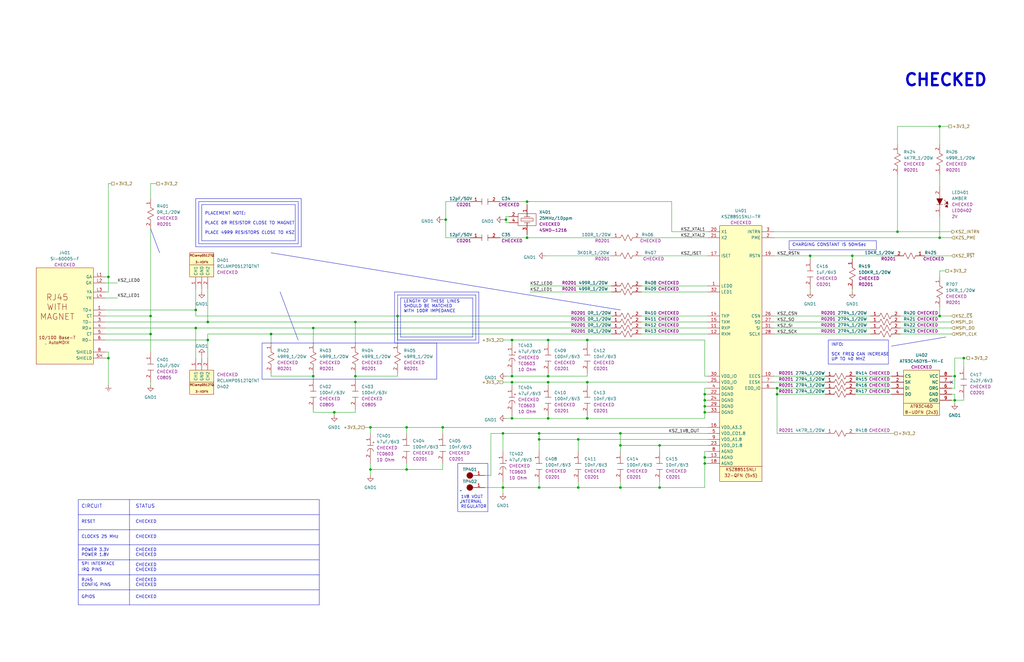
<source format=kicad_sch>
(kicad_sch (version 20230121) (generator eeschema)
  (paper "B")
  (title_block (title "SparkleSplashy") (date "2023-04-25") (company "Siavash Taher Parvar") (comment 1 "Siavash Taher Parvar") (comment 2 "Siavash Taher Parvar") (comment 3 "Siavash Taher Parvar") (comment 4 "_BOM_SpSp_V1.xlsx") (comment 5 "_ASM_SpSp_V1.html") (comment 6 "_GERBER_JLCPCB042023.zip") (comment 8 "No Variant") (comment 9 "N/A"))
  (junction (at 227.33 182.88))
  (junction (at 114.3 140.97))
  (junction (at 140.97 173.99))
  (junction (at 341.63 107.95))
  (junction (at 247.65 143.51))
  (junction (at 149.86 135.89))
  (junction (at 167.64 133.35))
  (junction (at 63.5 133.35))
  (junction (at 227.33 185.42))
  (junction (at 359.41 107.95))
  (junction (at 402.59 158.75))
  (junction (at 63.5 140.97))
  (junction (at 243.84 185.42))
  (junction (at 327.66 163.83))
  (junction (at 215.9 176.53))
  (junction (at 278.13 205.74))
  (junction (at 156.21 180.34))
  (junction (at 261.62 205.74))
  (junction (at 222.25 85.09))
  (junction (at 45.72 151.13))
  (junction (at 406.4 151.13))
  (junction (at 186.69 180.34))
  (junction (at 231.14 176.53))
  (junction (at 378.46 97.79))
  (junction (at 278.13 187.96))
  (junction (at 215.9 158.75))
  (junction (at 231.14 161.29))
  (junction (at 297.18 195.58))
  (junction (at 171.45 198.12))
  (junction (at 132.08 138.43))
  (junction (at 187.96 92.71))
  (junction (at 247.65 176.53))
  (junction (at 156.21 198.12))
  (junction (at 297.18 171.45))
  (junction (at 171.45 180.34))
  (junction (at 297.18 168.91))
  (junction (at 45.72 116.84))
  (junction (at 297.18 173.99))
  (junction (at 297.18 193.04))
  (junction (at 396.24 133.35))
  (junction (at 149.86 158.75))
  (junction (at 212.09 205.74))
  (junction (at 243.84 205.74))
  (junction (at 297.18 166.37))
  (junction (at 261.62 187.96))
  (junction (at 213.36 92.71))
  (junction (at 82.55 138.43))
  (junction (at 215.9 161.29))
  (junction (at 87.63 135.89))
  (junction (at 212.09 182.88))
  (junction (at 215.9 143.51))
  (junction (at 132.08 158.75))
  (junction (at 222.25 100.33))
  (junction (at 231.14 143.51))
  (junction (at 82.55 130.81))
  (junction (at 87.63 143.51))
  (junction (at 261.62 182.88))
  (junction (at 327.66 166.37))
  (junction (at 402.59 168.91))
  (junction (at 396.24 53.34))
  (junction (at 396.24 100.33))
  (junction (at 227.33 205.74))
  (junction (at 231.14 158.75))
  (junction (at 247.65 161.29))
  (no_connect (at 401.32 161.29))
  (wire (pts (xy 401.32 163.83) (xy 402.59 163.83)))
  (wire (pts (xy 132.08 157.48) (xy 132.08 158.75)))
  (wire (pts (xy 171.45 180.34) (xy 156.21 180.34)))
  (wire (pts (xy 49.53 125.73) (xy 44.45 125.73)))
  (polyline (pts (xy 125.73 102.87) (xy 83.82 102.87)))
  (wire (pts (xy 87.63 140.97) (xy 87.63 143.51)))
  (polyline (pts (xy 82.55 83.82) (xy 127 83.82)))
  (wire (pts (xy 247.65 175.26) (xy 247.65 176.53)))
  (wire (pts (xy 401.32 166.37) (xy 402.59 166.37)))
  (wire (pts (xy 297.18 168.91) (xy 298.45 168.91)))
  (wire (pts (xy 87.63 143.51) (xy 87.63 151.13)))
  (wire (pts (xy 297.18 173.99) (xy 297.18 176.53)))
  (wire (pts (xy 375.92 166.37) (xy 360.68 166.37)))
  (wire (pts (xy 229.87 107.95) (xy 257.81 107.95)))
  (wire (pts (xy 215.9 158.75) (xy 215.9 157.48)))
  (wire (pts (xy 213.36 93.98) (xy 214.63 93.98)))
  (wire (pts (xy 379.73 140.97) (xy 401.32 140.97)))
  (wire (pts (xy 401.32 168.91) (xy 402.59 168.91)))
  (polyline (pts (xy 85.09 86.36) (xy 85.09 101.6)))
  (wire (pts (xy 347.98 166.37) (xy 327.66 166.37)))
  (wire (pts (xy 402.59 166.37) (xy 402.59 168.91)))
  (polyline (pts (xy 33.02 223.52) (xy 134.62 223.52)))
  (wire (pts (xy 298.45 187.96) (xy 278.13 187.96)))
  (wire (pts (xy 49.53 119.38) (xy 44.45 119.38)))
  (wire (pts (xy 207.01 200.66) (xy 207.01 182.88)))
  (wire (pts (xy 401.32 138.43) (xy 379.73 138.43)))
  (wire (pts (xy 227.33 203.2) (xy 227.33 205.74)))
  (wire (pts (xy 214.63 91.44) (xy 213.36 91.44)))
  (wire (pts (xy 247.65 143.51) (xy 247.65 144.78)))
  (wire (pts (xy 198.12 100.33) (xy 187.96 100.33)))
  (polyline (pts (xy 125.73 85.09) (xy 125.73 102.87)))
  (wire (pts (xy 212.09 161.29) (xy 215.9 161.29)))
  (wire (pts (xy 261.62 203.2) (xy 261.62 205.74)))
  (wire (pts (xy 396.24 129.54) (xy 396.24 133.35)))
  (wire (pts (xy 212.09 205.74) (xy 212.09 203.2)))
  (wire (pts (xy 187.96 92.71) (xy 187.96 85.09)))
  (wire (pts (xy 215.9 158.75) (xy 231.14 158.75)))
  (wire (pts (xy 82.55 121.92) (xy 82.55 130.81)))
  (wire (pts (xy 278.13 187.96) (xy 261.62 187.96)))
  (wire (pts (xy 401.32 135.89) (xy 379.73 135.89)))
  (wire (pts (xy 231.14 161.29) (xy 215.9 161.29)))
  (wire (pts (xy 297.18 168.91) (xy 297.18 171.45)))
  (polyline (pts (xy 33.02 217.17) (xy 134.62 217.17)))
  (wire (pts (xy 227.33 182.88) (xy 261.62 182.88)))
  (polyline (pts (xy 63.5 96.52) (xy 67.31 106.68)))
  (wire (pts (xy 153.67 180.34) (xy 156.21 180.34)))
  (wire (pts (xy 396.24 114.3) (xy 396.24 116.84)))
  (wire (pts (xy 45.72 77.47) (xy 45.72 116.84)))
  (polyline (pts (xy 375.92 146.05) (xy 398.78 142.24)))
  (wire (pts (xy 231.14 175.26) (xy 231.14 176.53)))
  (wire (pts (xy 402.59 151.13) (xy 402.59 158.75)))
  (wire (pts (xy 402.59 158.75) (xy 401.32 158.75)))
  (wire (pts (xy 167.64 157.48) (xy 167.64 158.75)))
  (polyline (pts (xy 33.02 236.22) (xy 134.62 236.22)))
  (wire (pts (xy 207.01 182.88) (xy 212.09 182.88)))
  (wire (pts (xy 406.4 154.94) (xy 406.4 151.13)))
  (wire (pts (xy 297.18 173.99) (xy 298.45 173.99)))
  (wire (pts (xy 243.84 203.2) (xy 243.84 205.74)))
  (wire (pts (xy 156.21 198.12) (xy 171.45 198.12)))
  (wire (pts (xy 347.98 161.29) (xy 326.39 161.29)))
  (wire (pts (xy 297.18 171.45) (xy 298.45 171.45)))
  (wire (pts (xy 213.36 91.44) (xy 213.36 92.71)))
  (wire (pts (xy 261.62 187.96) (xy 261.62 190.5)))
  (wire (pts (xy 149.86 172.72) (xy 149.86 173.99)))
  (wire (pts (xy 87.63 135.89) (xy 149.86 135.89)))
  (wire (pts (xy 375.92 158.75) (xy 360.68 158.75)))
  (wire (pts (xy 82.55 133.35) (xy 82.55 130.81)))
  (wire (pts (xy 132.08 158.75) (xy 132.08 160.02)))
  (wire (pts (xy 359.41 107.95) (xy 359.41 109.22)))
  (wire (pts (xy 278.13 187.96) (xy 278.13 190.5)))
  (wire (pts (xy 400.05 53.34) (xy 396.24 53.34)))
  (wire (pts (xy 270.51 138.43) (xy 298.45 138.43)))
  (wire (pts (xy 227.33 205.74) (xy 243.84 205.74)))
  (wire (pts (xy 171.45 180.34) (xy 171.45 182.88)))
  (wire (pts (xy 171.45 198.12) (xy 171.45 195.58)))
  (wire (pts (xy 44.45 148.59) (xy 45.72 148.59)))
  (wire (pts (xy 132.08 173.99) (xy 132.08 172.72)))
  (wire (pts (xy 270.51 135.89) (xy 298.45 135.89)))
  (wire (pts (xy 375.92 163.83) (xy 360.68 163.83)))
  (wire (pts (xy 231.14 161.29) (xy 231.14 162.56)))
  (wire (pts (xy 82.55 133.35) (xy 167.64 133.35)))
  (wire (pts (xy 347.98 158.75) (xy 326.39 158.75)))
  (wire (pts (xy 278.13 205.74) (xy 297.18 205.74)))
  (wire (pts (xy 186.69 195.58) (xy 186.69 198.12)))
  (wire (pts (xy 114.3 140.97) (xy 257.81 140.97)))
  (wire (pts (xy 375.92 161.29) (xy 360.68 161.29)))
  (wire (pts (xy 247.65 158.75) (xy 231.14 158.75)))
  (wire (pts (xy 283.21 85.09) (xy 283.21 97.79)))
  (wire (pts (xy 298.45 190.5) (xy 297.18 190.5)))
  (wire (pts (xy 45.72 123.19) (xy 45.72 116.84)))
  (wire (pts (xy 44.45 138.43) (xy 82.55 138.43)))
  (wire (pts (xy 297.18 193.04) (xy 298.45 193.04)))
  (wire (pts (xy 298.45 163.83) (xy 297.18 163.83)))
  (wire (pts (xy 326.39 100.33) (xy 396.24 100.33)))
  (wire (pts (xy 341.63 121.92) (xy 341.63 123.19)))
  (wire (pts (xy 243.84 185.42) (xy 298.45 185.42)))
  (polyline (pts (xy 33.02 229.87) (xy 134.62 229.87)))
  (polyline (pts (xy 124.46 86.36) (xy 124.46 101.6)))
  (wire (pts (xy 247.65 176.53) (xy 231.14 176.53)))
  (wire (pts (xy 326.39 97.79) (xy 378.46 97.79)))
  (wire (pts (xy 401.32 97.79) (xy 378.46 97.79)))
  (wire (pts (xy 149.86 157.48) (xy 149.86 158.75)))
  (polyline (pts (xy 127 83.82) (xy 127 104.14)))
  (wire (pts (xy 45.72 148.59) (xy 45.72 151.13)))
  (wire (pts (xy 212.09 182.88) (xy 227.33 182.88)))
  (wire (pts (xy 297.18 195.58) (xy 297.18 205.74)))
  (wire (pts (xy 227.33 185.42) (xy 243.84 185.42)))
  (wire (pts (xy 243.84 205.74) (xy 261.62 205.74)))
  (polyline (pts (xy 85.09 86.36) (xy 124.46 86.36)))
  (wire (pts (xy 297.18 171.45) (xy 297.18 173.99)))
  (wire (pts (xy 167.64 133.35) (xy 257.81 133.35)))
  (wire (pts (xy 389.89 107.95) (xy 401.32 107.95)))
  (wire (pts (xy 231.14 157.48) (xy 231.14 158.75)))
  (wire (pts (xy 297.18 158.75) (xy 297.18 143.51)))
  (wire (pts (xy 114.3 158.75) (xy 132.08 158.75)))
  (wire (pts (xy 283.21 97.79) (xy 298.45 97.79)))
  (wire (pts (xy 406.4 167.64) (xy 406.4 168.91)))
  (wire (pts (xy 379.73 133.35) (xy 396.24 133.35)))
  (wire (pts (xy 270.51 100.33) (xy 298.45 100.33)))
  (wire (pts (xy 114.3 158.75) (xy 114.3 157.48)))
  (wire (pts (xy 186.69 180.34) (xy 186.69 182.88)))
  (wire (pts (xy 407.67 151.13) (xy 406.4 151.13)))
  (wire (pts (xy 149.86 158.75) (xy 149.86 160.02)))
  (wire (pts (xy 186.69 198.12) (xy 171.45 198.12)))
  (wire (pts (xy 298.45 158.75) (xy 297.18 158.75)))
  (wire (pts (xy 63.5 133.35) (xy 63.5 140.97)))
  (wire (pts (xy 156.21 180.34) (xy 156.21 182.88)))
  (wire (pts (xy 85.09 149.86) (xy 85.09 151.13)))
  (wire (pts (xy 212.09 205.74) (xy 227.33 205.74)))
  (wire (pts (xy 243.84 185.42) (xy 243.84 190.5)))
  (polyline (pts (xy 83.82 85.09) (xy 125.73 85.09)))
  (wire (pts (xy 327.66 166.37) (xy 327.66 163.83)))
  (wire (pts (xy 132.08 138.43) (xy 257.81 138.43)))
  (wire (pts (xy 231.14 143.51) (xy 231.14 144.78)))
  (wire (pts (xy 341.63 107.95) (xy 341.63 109.22)))
  (wire (pts (xy 222.25 100.33) (xy 222.25 99.06)))
  (wire (pts (xy 359.41 107.95) (xy 377.19 107.95)))
  (wire (pts (xy 270.51 133.35) (xy 298.45 133.35)))
  (wire (pts (xy 186.69 180.34) (xy 298.45 180.34)))
  (wire (pts (xy 327.66 182.88) (xy 327.66 166.37)))
  (polyline (pts (xy 33.02 248.92) (xy 134.62 248.92)))
  (wire (pts (xy 63.5 162.56) (xy 63.5 161.29)))
  (wire (pts (xy 297.18 176.53) (xy 247.65 176.53)))
  (wire (pts (xy 270.51 123.19) (xy 298.45 123.19)))
  (wire (pts (xy 297.18 195.58) (xy 298.45 195.58)))
  (wire (pts (xy 223.52 123.19) (xy 257.81 123.19)))
  (wire (pts (xy 402.59 168.91) (xy 406.4 168.91)))
  (wire (pts (xy 297.18 166.37) (xy 298.45 166.37)))
  (wire (pts (xy 114.3 140.97) (xy 114.3 144.78)))
  (wire (pts (xy 156.21 198.12) (xy 156.21 195.58)))
  (wire (pts (xy 297.18 190.5) (xy 297.18 193.04)))
  (wire (pts (xy 44.45 143.51) (xy 87.63 143.51)))
  (wire (pts (xy 297.18 143.51) (xy 247.65 143.51)))
  (wire (pts (xy 223.52 120.65) (xy 257.81 120.65)))
  (wire (pts (xy 149.86 135.89) (xy 257.81 135.89)))
  (wire (pts (xy 261.62 182.88) (xy 261.62 187.96)))
  (wire (pts (xy 213.36 176.53) (xy 215.9 176.53)))
  (wire (pts (xy 270.51 107.95) (xy 298.45 107.95)))
  (wire (pts (xy 378.46 53.34) (xy 396.24 53.34)))
  (polyline (pts (xy 83.82 85.09) (xy 83.82 102.87)))
  (polyline (pts (xy 118.11 123.19) (xy 125.73 143.51)))
  (polyline (pts (xy 124.46 101.6) (xy 85.09 101.6)))
  (wire (pts (xy 247.65 161.29) (xy 298.45 161.29)))
  (wire (pts (xy 396.24 91.44) (xy 396.24 100.33)))
  (wire (pts (xy 257.81 100.33) (xy 222.25 100.33)))
  (wire (pts (xy 261.62 182.88) (xy 298.45 182.88)))
  (wire (pts (xy 227.33 182.88) (xy 227.33 185.42)))
  (wire (pts (xy 341.63 107.95) (xy 359.41 107.95)))
  (wire (pts (xy 82.55 138.43) (xy 132.08 138.43)))
  (polyline (pts (xy 127 104.14) (xy 82.55 104.14)))
  (wire (pts (xy 215.9 175.26) (xy 215.9 176.53)))
  (wire (pts (xy 398.78 114.3) (xy 396.24 114.3)))
  (wire (pts (xy 63.5 83.82) (xy 63.5 77.47)))
  (wire (pts (xy 247.65 143.51) (xy 231.14 143.51)))
  (wire (pts (xy 44.45 133.35) (xy 63.5 133.35)))
  (wire (pts (xy 215.9 143.51) (xy 215.9 144.78)))
  (wire (pts (xy 396.24 73.66) (xy 396.24 78.74)))
  (wire (pts (xy 347.98 182.88) (xy 327.66 182.88)))
  (wire (pts (xy 63.5 140.97) (xy 63.5 148.59)))
  (wire (pts (xy 402.59 163.83) (xy 402.59 158.75)))
  (wire (pts (xy 297.18 163.83) (xy 297.18 166.37)))
  (wire (pts (xy 149.86 158.75) (xy 167.64 158.75)))
  (wire (pts (xy 396.24 133.35) (xy 401.32 133.35)))
  (wire (pts (xy 140.97 173.99) (xy 132.08 173.99)))
  (wire (pts (xy 207.01 200.66) (xy 204.47 200.66)))
  (wire (pts (xy 401.32 100.33) (xy 396.24 100.33)))
  (wire (pts (xy 44.45 151.13) (xy 45.72 151.13)))
  (wire (pts (xy 347.98 163.83) (xy 327.66 163.83)))
  (wire (pts (xy 63.5 96.52) (xy 63.5 133.35)))
  (wire (pts (xy 215.9 161.29) (xy 215.9 162.56)))
  (wire (pts (xy 261.62 205.74) (xy 278.13 205.74)))
  (wire (pts (xy 378.46 53.34) (xy 378.46 60.96)))
  (wire (pts (xy 359.41 123.19) (xy 359.41 121.92)))
  (wire (pts (xy 326.39 107.95) (xy 341.63 107.95)))
  (wire (pts (xy 213.36 92.71) (xy 213.36 93.98)))
  (wire (pts (xy 270.51 140.97) (xy 298.45 140.97)))
  (wire (pts (xy 45.72 77.47) (xy 46.99 77.47)))
  (wire (pts (xy 45.72 116.84) (xy 44.45 116.84)))
  (wire (pts (xy 247.65 157.48) (xy 247.65 158.75)))
  (wire (pts (xy 44.45 130.81) (xy 82.55 130.81)))
  (wire (pts (xy 378.46 73.66) (xy 378.46 97.79)))
  (wire (pts (xy 149.86 135.89) (xy 149.86 144.78)))
  (polyline (pts (xy 82.55 83.82) (xy 82.55 104.14)))
  (wire (pts (xy 45.72 151.13) (xy 45.72 162.56)))
  (wire (pts (xy 227.33 185.42) (xy 227.33 190.5)))
  (wire (pts (xy 204.47 205.74) (xy 212.09 205.74)))
  (wire (pts (xy 210.82 85.09) (xy 222.25 85.09)))
  (wire (pts (xy 278.13 203.2) (xy 278.13 205.74)))
  (wire (pts (xy 212.09 143.51) (xy 215.9 143.51)))
  (wire (pts (xy 222.25 85.09) (xy 222.25 86.36)))
  (wire (pts (xy 231.14 161.29) (xy 247.65 161.29)))
  (wire (pts (xy 63.5 140.97) (xy 44.45 140.97)))
  (wire (pts (xy 187.96 85.09) (xy 198.12 85.09)))
  (wire (pts (xy 140.97 173.99) (xy 149.86 173.99)))
  (wire (pts (xy 396.24 53.34) (xy 396.24 60.96)))
  (wire (pts (xy 327.66 163.83) (xy 326.39 163.83)))
  (wire (pts (xy 212.09 205.74) (xy 212.09 208.28)))
  (wire (pts (xy 297.18 166.37) (xy 297.18 168.91)))
  (wire (pts (xy 326.39 135.89) (xy 367.03 135.89)))
  (polyline (pts (xy 54.61 210.82) (xy 54.61 255.27)))
  (wire (pts (xy 171.45 180.34) (xy 186.69 180.34)))
  (polyline (pts (xy 33.02 242.57) (xy 134.62 242.57)))
  (wire (pts (xy 140.97 173.99) (xy 140.97 175.26)))
  (wire (pts (xy 212.09 92.71) (xy 213.36 92.71)))
  (wire (pts (xy 167.64 133.35) (xy 167.64 144.78)))
  (wire (pts (xy 63.5 77.47) (xy 66.04 77.47)))
  (wire (pts (xy 212.09 182.88) (xy 212.09 190.5)))
  (wire (pts (xy 215.9 176.53) (xy 231.14 176.53)))
  (wire (pts (xy 377.19 182.88) (xy 360.68 182.88)))
  (wire (pts (xy 44.45 135.89) (xy 87.63 135.89)))
  (wire (pts (xy 402.59 151.13) (xy 406.4 151.13)))
  (wire (pts (xy 156.21 198.12) (xy 156.21 200.66)))
  (wire (pts (xy 44.45 123.19) (xy 45.72 123.19)))
  (polyline (pts (xy 114.3 106.68) (xy 261.62 130.81)))
  (wire (pts (xy 402.59 168.91) (xy 402.59 170.18)))
  (wire (pts (xy 132.08 138.43) (xy 132.08 144.78)))
  (wire (pts (xy 297.18 193.04) (xy 297.18 195.58)))
  (wire (pts (xy 298.45 120.65) (xy 270.51 120.65)))
  (wire (pts (xy 326.39 133.35) (xy 367.03 133.35)))
  (wire (pts (xy 222.25 85.09) (xy 283.21 85.09)))
  (wire (pts (xy 326.39 138.43) (xy 367.03 138.43)))
  (wire (pts (xy 82.55 151.13) (xy 82.55 138.43)))
  (wire (pts (xy 213.36 158.75) (xy 215.9 158.75)))
  (wire (pts (xy 87.63 140.97) (xy 114.3 140.97)))
  (wire (pts (xy 87.63 121.92) (xy 87.63 135.89)))
  (wire (pts (xy 210.82 100.33) (xy 222.25 100.33)))
  (wire (pts (xy 247.65 161.29) (xy 247.65 162.56)))
  (wire (pts (xy 186.69 92.71) (xy 187.96 92.71)))
  (wire (pts (xy 85.09 123.19) (xy 85.09 121.92)))
  (wire (pts (xy 326.39 140.97) (xy 367.03 140.97)))
  (wire (pts (xy 187.96 100.33) (xy 187.96 92.71)))
  (wire (pts (xy 231.14 143.51) (xy 215.9 143.51)))
  (rectangle (start 33.02 210.82) (end 134.62 255.27))
  (rectangle (start 110.49 144.78) (end 184.15 160.02))
  (rectangle (start 168.91 125.73) (end 199.39 142.24))
  (rectangle (start 193.04 195.58) (end 205.74 215.9))
  (rectangle (start 332.74 101.6) (end 369.57 105.41))
  (rectangle (start 166.37 123.19) (end 201.93 144.78))
  (rectangle (start 349.25 143.51) (end 374.65 153.67))
  (rectangle (start 167.64 124.46) (end 200.66 143.51))
  (text "LENGTH OF THESE LINES\nSHOULD BE MATCHED\nWITH 100R IMPEDANCE" (at 170.18 132.08 0) (effects (font (size 1.27 1.27)) (justify left bottom)))
  (text "IRQ PINS" (at 34.29 241.3 0) (effects (font (size 1.27 1.27)) (justify left bottom)))
  (text "CHARGING CONSTANT IS 50mSec" (at 334.01 104.14 0) (effects (font (size 1.27 1.27)) (justify left bottom)))
  (text "CHECKED\nCHECKED" (at 57.15 247.65 0) (effects (font (size 1.27 1.27)) (justify left bottom)))
  (text "CHECKED" (at 57.15 252.73 0) (effects (font (size 1.27 1.27)) (justify left bottom)))
  (text "INFO:\n\nSCK FREQ CAN INCREASE\nUP TO 40 MHZ" (at 350.52 152.4 0) (effects (font (size 1.27 1.27)) (justify left bottom)))
  (text "PLACEMENT NOTE:\n\nPLACE 0R RESISTOR CLOSE TO MAGNET\n\nPLACE 49R9 RESISTORS CLOSE TO KSZ" (at 86.36 99.06 0) (effects (font (size 1.27 1.27)) (justify left bottom)))
  (text "CHECKED" (at 381 36.83 0) (effects (font (size 5 5) bold) (justify left bottom)))
  (text "CHECKED" (at 57.15 227.33 0) (effects (font (size 1.27 1.27)) (justify left bottom)))
  (text "CHECKED\nCHECKED" (at 57.15 241.3 0) (effects (font (size 1.27 1.27)) (justify left bottom)))
  (text "CHECKED\nCHECKED" (at 57.15 234.95 0) (effects (font (size 1.27 1.27)) (justify left bottom)))
  (text "POWER 3.3V\nPOWER 1.8V" (at 34.29 234.95 0) (effects (font (size 1.27 1.27)) (justify left bottom)))
  (text "SPI INTERFACE" (at 34.29 238.76 0) (effects (font (size 1.27 1.27)) (justify left bottom)))
  (text "CHECKED" (at 57.15 220.98 0) (effects (font (size 1.27 1.27)) (justify left bottom)))
  (text "STATUS" (at 57.15 214.63 0) (effects (font (size 1.5 1.5)) (justify left bottom)))
  (text "CLOCKS 25 MHz" (at 34.29 227.33 0) (effects (font (size 1.27 1.27)) (justify left bottom)))
  (text "RESET" (at 34.29 220.98 0) (effects (font (size 1.27 1.27)) (justify left bottom)))
  (text "GPIOS" (at 34.29 252.73 0) (effects (font (size 1.27 1.27)) (justify left bottom)))
  (text "1V8 VOUT\nINTERNAL\nREGULATOR" (at 194.31 214.63 0) (effects (font (size 1.27 1.27)) (justify left bottom)))
  (text "RJ45 \nCONFIG PINS" (at 34.29 247.65 0) (effects (font (size 1.27 1.27)) (justify left bottom)))
  (text "CIRCUIT" (at 34.29 214.63 0) (effects (font (size 1.5 1.5)) (justify left bottom)))
  (label "KSZ_LED1" (at 49.53 125.73 0))
  (label "KSZ_RSTN" (at 327.66 107.95 0))
  (label "KSZ_XTAL2" (at 287.02 100.33 0))
  (label "KSZ_XTAL1" (at 287.02 97.79 0))
  (label "KSZ_SO" (at 327.66 135.89 0))
  (label "KSZ_CSN" (at 327.66 133.35 0))
  (label "KSZ_LED0" (at 49.53 119.38 0))
  (label "KSZ_SI" (at 327.66 138.43 0))
  (label "KSZ_LED1" (at 223.52 123.19 0))
  (label "KSZ_SCK" (at 327.66 140.97 0))
  (label "KSZ_1V8_OUT" (at 281.94 182.88 0))
  (label "KSZ_LED0" (at 223.52 120.65 0))
  (label "KSZ_ISET" (at 287.02 107.95 0))
  (hierarchical_label "MSPI_DO" (shape input) (at 401.32 138.43 0))
  (hierarchical_label "+3V3_2" (shape passive) (at 46.99 77.47 0))
  (hierarchical_label "KSZ_INTRN" (shape output) (at 401.32 97.79 0))
  (hierarchical_label "KSZ_~{CS}" (shape input) (at 401.32 133.35 0))
  (hierarchical_label "KZS_PME" (shape input) (at 401.32 100.33 0))
  (hierarchical_label "+3V3_2" (shape passive) (at 407.67 151.13 0))
  (hierarchical_label "KSZ_~{RST}" (shape input) (at 401.32 107.95 0))
  (hierarchical_label "+3V3_2" (shape passive) (at 398.78 114.3 0))
  (hierarchical_label "+3V3_2" (shape passive) (at 400.05 53.34 0))
  (hierarchical_label "+3V3_2" (shape passive) (at 66.04 77.47 0))
  (hierarchical_label "MSPI_DI" (shape output) (at 401.32 135.89 0))
  (hierarchical_label "+3V3_2" (shape passive) (at 377.19 182.88 0))
  (hierarchical_label "+3V3_2" (shape passive) (at 212.09 161.29 180))
  (hierarchical_label "+3V3_2" (shape passive) (at 212.09 143.51 180))
  (hierarchical_label "+3V3_2" (shape passive) (at 153.67 180.34 180))
  (hierarchical_label "MSPI_CLK" (shape input) (at 401.32 140.97 0))
  (symbol (lib_id "_SCHLIB_SparkleSplashy:FLASH_AT93C46DY6-YH-E") (at 381 156.21 0) (unit 1)
    (property "Reference" "U402" (at 388.62 149.86 0))
    (property "Value" "AT93C46DY6-YH-E" (at 388.62 152.4 0))
    (property "Footprint" "Package_DFN_QFN:DFN-8-1EP_3x2mm_P0.5mm_EP1.3x1.5mm" (effects hide))
    (property "Datasheet" "https://ww1.microchip.com/downloads/aemDocuments/documents/MPD/ProductDocuments/DataSheets/20006224B.pdf" (effects hide))
    (property "Description" "EEPROM Memory IC 1Kbit 3-Wire Serial 2 MHz 8-UDFN (2x3)" (effects hide))
    (property "Part Number" "AT93C46DY6-YH-E" (effects hide))
    (property "Link" "https://www.digikey.ca/en/products/detail/microchip-technology/AT93C46DY6-YH-E/8575735" (effects hide))
    (property "SCH CHECK" "CHECKED" (at 388.62 154.94 0))
  )
  (symbol (lib_id "_SCHLIB_SparkleSplashy:RES_10KR_1/20W") (at 396.24 116.84 270) (unit 1)
    (property "Reference" "R707" (at 398.78 120.015 90) (effects (justify left)))
    (property "Value" "10KR_1/20W" (at 398.78 122.555 90) (effects (justify left)))
    (property "Footprint" "Resistor_SMD:R_0201_0603Metric" (effects hide))
    (property "Datasheet" "https://www.seielect.com/Catalog/SEI-RMCF_RMCP.pdf" (effects hide))
    (property "Description" "10 kOhms ±1% 0.05W, 1/20W Chip Resistor 0201 (0603 Metric) Thick Film" (effects hide))
    (property "Part Number" "RMCF0201FT10K0" (effects hide))
    (property "Link" "https://www.digikey.ca/en/products/detail/stackpole-electronics-inc/RMCF0201FT10K0/1714990" (effects hide))
    (property "SCH CHECK" "CHECKED" (at 398.78 125.095 90) (effects (justify left)))
    (property "Package" "R0201" (at 398.78 127.635 90) (effects (justify left)))
    (instances (project "_HW_SparkleSplashy" (path "" (reference "R707") (unit 1)) (path "" (reference "R427") (unit 1))))
  )
  (symbol (lib_id "power:GND1") (at 402.59 170.18 0) (unit 1)
    (property "Reference" "#PWR0414" (effects hide))
    (property "Value" "GND1" (at 402.59 175.26 0))
  )
  (symbol (lib_id "_SCHLIB_SparkleSplashy:CAP_10nF/6V3") (at 247.65 162.56 270) (unit 1)
    (property "Reference" "C413" (at 250.19 165.735 90) (effects (justify left)))
    (property "Value" "10nF/6V3" (at 250.19 168.275 90) (effects (justify left)))
    (property "Footprint" "Capacitor_SMD:C_0201_0603Metric" (effects hide))
    (property "Datasheet" "http://www.passivecomponent.com/wp-content/uploads/datasheet/WTC_MLCC_General_Purpose.pdf" (effects hide))
    (property "Description" "10000 pF ±10% 6.3V Ceramic Capacitor X7R 0201 (0603 Metric)" (effects hide))
    (property "Part Number" "0201B103K6R3CT" (effects hide))
    (property "Link" "https://www.digikey.ca/en/products/detail/walsin-technology-corporation/0201B103K6R3CT/9354618" (effects hide))
    (property "SCH CHECK" "CHECKED" (at 250.19 170.815 90) (effects (justify left)))
    (property "Package" "C0201" (at 250.19 173.355 90) (effects (justify left)))
  )
  (symbol (lib_id "_SCHLIB_SparkleSplashy:RES_27R4_1/20W") (at 367.03 138.43 0) (unit 1)
    (property "Reference" "R422" (at 383.54 137.16 0))
    (property "Value" "27R4_1/20W" (at 359.41 137.16 0))
    (property "Footprint" "Resistor_SMD:R_0201_0603Metric" (effects hide))
    (property "Datasheet" "https://www.yageo.com/upload/media/product/productsearch/datasheet/rchip/PYu-RC_Group_51_RoHS_L_12.pdf" (effects hide))
    (property "Description" "27.4 Ohms ±1% 0.05W, 1/20W Chip Resistor 0201 (0603 Metric) Moisture Resistant Thick Film" (effects hide))
    (property "Part Number" "RC0201FR-0727R4L" (effects hide))
    (property "Link" "https://www.digikey.ca/en/products/detail/yageo/RC0201FR-0727R4L/5280413" (effects hide))
    (property "SCH CHECK" "CHECKED" (at 391.16 137.16 0))
    (property "Package" "R0201" (at 349.25 137.16 0))
  )
  (symbol (lib_id "_SCHLIB_SparkleSplashy:TCAP_47uF/6V3") (at 212.09 190.5 270) (unit 1)
    (property "Reference" "TC402" (at 214.63 191.5199 90) (effects (justify left)))
    (property "Value" "47uF/6V3" (at 214.63 194.0599 90) (effects (justify left)))
    (property "Footprint" "Capacitor_Tantalum_SMD:CP_EIA-1608-08_AVX-J" (effects hide))
    (property "Datasheet" "https://datasheets.kyocera-avx.com/F98.pdf" (effects hide))
    (property "Description" "47 µF Molded Tantalum Capacitors 6.3 V 0603 (1608 Metric) 10Ohm" (effects hide))
    (property "Part Number" "F980J476MMA" (effects hide))
    (property "Link" "https://www.digikey.ca/en/products/detail/kyocera-avx/F980J476MMA/4005209" (effects hide))
    (property "SCH CHECK" "CHECKED" (at 214.63 196.5999 90) (effects (justify left)))
    (property "Package" "TC0603" (at 214.63 199.1399 90) (effects (justify left)))
    (property "ESR" "10 Ohm" (at 214.63 201.6799 90) (effects (justify left)))
  )
  (symbol (lib_id "_SCHLIB_SparkleSplashy:RES_27R4_1/20W") (at 347.98 166.37 0) (unit 1)
    (property "Reference" "R417" (at 363.22 165.1 0))
    (property "Value" "27R4_1/20W" (at 341.63 165.1 0))
    (property "Footprint" "Resistor_SMD:R_0201_0603Metric" (effects hide))
    (property "Datasheet" "https://www.yageo.com/upload/media/product/productsearch/datasheet/rchip/PYu-RC_Group_51_RoHS_L_12.pdf" (effects hide))
    (property "Description" "27.4 Ohms ±1% 0.05W, 1/20W Chip Resistor 0201 (0603 Metric) Moisture Resistant Thick Film" (effects hide))
    (property "Part Number" "RC0201FR-0727R4L" (effects hide))
    (property "Link" "https://www.digikey.ca/en/products/detail/yageo/RC0201FR-0727R4L/5280413" (effects hide))
    (property "SCH CHECK" "CHECKED" (at 370.84 165.1 0))
    (property "Package" "R0201" (at 331.47 165.1 0))
  )
  (symbol (lib_id "_SCHLIB_SparkleSplashy:CAP_100nF/63V") (at 149.86 160.02 270) (unit 1)
    (property "Reference" "C403" (at 152.4 163.195 90) (effects (justify left)))
    (property "Value" "100nF/63V" (at 152.4 165.735 90) (effects (justify left)))
    (property "Footprint" "Capacitor_SMD:C_0805_2012Metric" (effects hide))
    (property "Datasheet" "https://connect.kemet.com:7667/gateway/IntelliData-ComponentDocumentation/1.0/download/datasheet/C0805C104MMREC7210" (effects hide))
    (property "Description" "0.1 µF ±20% 63V Ceramic Capacitor X7R 0805 (2012 Metric)" (effects hide))
    (property "Part Number" "C0805C104MMREC7210" (effects hide))
    (property "Link" "https://www.digikey.ca/en/products/detail/kemet/C0805C104MMREC7210/8645408" (effects hide))
    (property "SCH CHECK" "CHECKED" (at 152.4 168.275 90) (effects (justify left)))
    (property "Package" "C0805" (at 152.4 170.815 90) (effects (justify left)))
  )
  (symbol (lib_id "power:GND1") (at 186.69 92.71 270) (unit 1)
    (property "Reference" "#PWR0406" (effects hide))
    (property "Value" "GND1" (at 182.88 93.345 90) (effects (justify right)))
  )
  (symbol (lib_id "_SCHLIB_SparkleSplashy:RES_10KR_1/20W") (at 389.89 107.95 180) (unit 1)
    (property "Reference" "R425" (at 392.43 106.68 0))
    (property "Value" "10KR_1/20W" (at 370.84 106.68 0))
    (property "Footprint" "Resistor_SMD:R_0201_0603Metric" (effects hide))
    (property "Datasheet" "https://www.seielect.com/Catalog/SEI-RMCF_RMCP.pdf" (effects hide))
    (property "Description" "10 kOhms ±1% 0.05W, 1/20W Chip Resistor 0201 (0603 Metric) Thick Film" (effects hide))
    (property "Part Number" "RMCF0201FT10K0" (effects hide))
    (property "Link" "https://www.digikey.ca/en/products/detail/stackpole-electronics-inc/RMCF0201FT10K0/1714990" (effects hide))
    (property "SCH CHECK" "CHECKED" (at 393.7 109.22 0))
    (property "Package" "R0201" (at 374.65 109.22 0))
  )
  (symbol (lib_id "_SCHLIB_SparkleSplashy:CAP_100nF/6V3") (at 231.14 144.78 270) (unit 1)
    (property "Reference" "C409" (at 233.68 147.955 90) (effects (justify left)))
    (property "Value" "100nF/6V3" (at 233.68 150.495 90) (effects (justify left)))
    (property "Footprint" "Capacitor_SMD:C_0201_0603Metric" (effects hide))
    (property "Datasheet" "https://www.yageo.com/upload/media/product/productsearch/datasheet/mlcc/UPY-GPHC_X7R_6.3V-to-250V_22.pdf" (effects hide))
    (property "Description" "0.1 µF ±10% 6.3V Ceramic Capacitor X7R 0201 (0603 Metric)" (effects hide))
    (property "Part Number" "CC0201KRX7R5BB104" (effects hide))
    (property "Link" "https://www.digikey.ca/en/products/detail/yageo/CC0201KRX7R5BB104/12698853" (effects hide))
    (property "SCH CHECK" "CHECKED" (at 233.68 153.035 90) (effects (justify left)))
    (property "Package" "C0201" (at 233.68 155.575 90) (effects (justify left)))
  )
  (symbol (lib_id "_SCHLIB_SparkleSplashy:IC_KSZ8851SNLI-TR") (at 303.53 95.25 0) (unit 1)
    (property "Reference" "U401" (at 312.42 88.9 0))
    (property "Value" "KSZ8851SNLI-TR" (at 312.42 91.44 0))
    (property "Footprint" "Package_DFN_QFN:QFN-32-1EP_5x5mm_P0.5mm_EP3.1x3.1mm_ThermalVias" (effects hide))
    (property "Datasheet" "https://ww1.microchip.com/downloads/en/DeviceDoc/KSZ8851SNL-Single-Port-Ethernet-Controller-with-SPI-DS00002381C.pdf" (effects hide))
    (property "Description" "Ethernet Controller 10/100 Base-T/TX PHY SPI Interface 32-QFN (5x5)" (effects hide))
    (property "Part Number" "KSZ8851SNLI-TR" (effects hide))
    (property "Link" "https://www.digikey.ca/en/products/detail/microchip-technology/KSZ8851SNLI-TR/2080489" (effects hide))
    (property "SCH CHECK" "CHECKED" (at 312.42 93.98 0))
  )
  (symbol (lib_id "power:GND1") (at 212.09 92.71 270) (unit 1)
    (property "Reference" "#PWR0407" (effects hide))
    (property "Value" "GND1" (at 208.28 93.345 90) (effects (justify right)))
  )
  (symbol (lib_id "_SCHLIB_SparkleSplashy:RES_49R9_1/20W") (at 132.08 144.78 270) (unit 1)
    (property "Reference" "R403" (at 134.62 147.955 90) (effects (justify left)))
    (property "Value" "49R9_1/20W" (at 134.62 150.495 90) (effects (justify left)))
    (property "Footprint" "Resistor_SMD:R_0201_0603Metric" (effects hide))
    (property "Datasheet" "https://www.seielect.com/Catalog/SEI-RMCF_RMCP.pdf" (effects hide))
    (property "Description" "49.9 Ohms ±1% 0.05W, 1/20W Chip Resistor 0201 (0603 Metric) Thick Film" (effects hide))
    (property "Part Number" "RMCF0201FT49R9" (effects hide))
    (property "Link" "https://www.digikey.ca/en/products/detail/stackpole-electronics-inc/RMCF0201FT49R9/1715030" (effects hide))
    (property "SCH CHECK" "CHECKED" (at 134.62 153.035 90) (effects (justify left)))
    (property "Package" "R0201" (at 134.62 155.575 90) (effects (justify left)))
  )
  (symbol (lib_id "_SCHLIB_SparkleSplashy:CONN_CTP_40MIL") (at 204.47 205.74 180) (unit 1) (in_bom no)
    (property "Reference" "TP402" (at 198.12 203.2 0))
    (property "Value" "~" (at 194.31 212.09 0))
    (property "Footprint" "TestPoint:TestPoint_Pad_D1.0mm" (effects hide))
  )
  (symbol (lib_id "_SCHLIB_SparkleSplashy:RES_27R4_1/20W") (at 367.03 135.89 0) (unit 1)
    (property "Reference" "R421" (at 383.54 134.62 0))
    (property "Value" "27R4_1/20W" (at 359.41 134.62 0))
    (property "Footprint" "Resistor_SMD:R_0201_0603Metric" (effects hide))
    (property "Datasheet" "https://www.yageo.com/upload/media/product/productsearch/datasheet/rchip/PYu-RC_Group_51_RoHS_L_12.pdf" (effects hide))
    (property "Description" "27.4 Ohms ±1% 0.05W, 1/20W Chip Resistor 0201 (0603 Metric) Moisture Resistant Thick Film" (effects hide))
    (property "Part Number" "RC0201FR-0727R4L" (effects hide))
    (property "Link" "https://www.digikey.ca/en/products/detail/yageo/RC0201FR-0727R4L/5280413" (effects hide))
    (property "SCH CHECK" "CHECKED" (at 391.16 134.62 0))
    (property "Package" "R0201" (at 349.25 134.62 0))
  )
  (symbol (lib_id "_SCHLIB_SparkleSplashy:RES_49R9_1/20W") (at 167.64 144.78 270) (unit 1)
    (property "Reference" "R405" (at 170.18 147.955 90) (effects (justify left)))
    (property "Value" "49R9_1/20W" (at 170.18 150.495 90) (effects (justify left)))
    (property "Footprint" "Resistor_SMD:R_0201_0603Metric" (effects hide))
    (property "Datasheet" "https://www.seielect.com/Catalog/SEI-RMCF_RMCP.pdf" (effects hide))
    (property "Description" "49.9 Ohms ±1% 0.05W, 1/20W Chip Resistor 0201 (0603 Metric) Thick Film" (effects hide))
    (property "Part Number" "RMCF0201FT49R9" (effects hide))
    (property "Link" "https://www.digikey.ca/en/products/detail/stackpole-electronics-inc/RMCF0201FT49R9/1715030" (effects hide))
    (property "SCH CHECK" "CHECKED" (at 170.18 153.035 90) (effects (justify left)))
    (property "Package" "R0201" (at 170.18 155.575 90) (effects (justify left)))
  )
  (symbol (lib_id "_SCHLIB_SparkleSplashy:RES_0R_1/20W") (at 63.5 83.82 270) (unit 1)
    (property "Reference" "R401" (at 66.04 86.995 90) (effects (justify left)))
    (property "Value" "0R_1/20W" (at 66.04 89.535 90) (effects (justify left)))
    (property "Footprint" "Resistor_SMD:R_0201_0603Metric" (effects hide))
    (property "Datasheet" "https://www.seielect.com/Catalog/SEI-RMCF_RMCP.pdf" (effects hide))
    (property "Description" "0 Ohms Jumper Chip Resistor 0201 (0603 Metric) Thick Film" (effects hide))
    (property "Part Number" "RMCF0201ZT0R00" (effects hide))
    (property "Link" "https://www.digikey.ca/en/products/detail/stackpole-electronics-inc/RMCF0201ZT0R00/1756897" (effects hide))
    (property "SCH CHECK" "CHECKED" (at 66.04 92.075 90) (effects (justify left)))
    (property "Package" "R0201" (at 66.04 94.615 90) (effects (justify left)))
  )
  (symbol (lib_id "_SCHLIB_SparkleSplashy:TCAP_47uF/6V3") (at 215.9 162.56 270) (unit 1)
    (property "Reference" "TC404" (at 218.44 163.5799 90) (effects (justify left)))
    (property "Value" "47uF/6V3" (at 218.44 166.1199 90) (effects (justify left)))
    (property "Footprint" "Capacitor_Tantalum_SMD:CP_EIA-1608-08_AVX-J" (effects hide))
    (property "Datasheet" "https://datasheets.kyocera-avx.com/F98.pdf" (effects hide))
    (property "Description" "47 µF Molded Tantalum Capacitors 6.3 V 0603 (1608 Metric) 10Ohm" (effects hide))
    (property "Part Number" "F980J476MMA" (effects hide))
    (property "Link" "https://www.digikey.ca/en/products/detail/kyocera-avx/F980J476MMA/4005209" (effects hide))
    (property "SCH CHECK" "CHECKED" (at 218.44 168.6599 90) (effects (justify left)))
    (property "Package" "TC0603" (at 218.44 171.1999 90) (effects (justify left)))
    (property "ESR" "10 Ohm" (at 218.44 173.7399 90) (effects (justify left)))
  )
  (symbol (lib_id "_SCHLIB_SparkleSplashy:CAP_10uF/50V") (at 63.5 148.59 270) (unit 1)
    (property "Reference" "C401" (at 66.04 151.765 90) (effects (justify left)))
    (property "Value" "10uF/50V" (at 66.04 154.305 90) (effects (justify left)))
    (property "Footprint" "Capacitor_SMD:C_0805_2012Metric" (effects hide))
    (property "Datasheet" "https://search.murata.co.jp/Ceramy/image/img/A01X/G101/ENG/GRM21BR61H106KE43-01A.pdf" (effects hide))
    (property "Description" "10 µF ±10% 50V Ceramic Capacitor X5R 0805 (2012 Metric)" (effects hide))
    (property "Part Number" "GRM21BR61H106KE43L" (effects hide))
    (property "Link" "https://www.digikey.ca/en/products/detail/murata-electronics/GRM21BR61H106KE43L/10326316" (effects hide))
    (property "SCH CHECK" "CHECKED" (at 66.04 156.845 90) (effects (justify left)))
    (property "Package" "C0805" (at 66.04 159.385 90) (effects (justify left)))
  )
  (symbol (lib_id "_SCHLIB_SparkleSplashy:RES_4K7R_1/20W") (at 347.98 182.88 0) (unit 1)
    (property "Reference" "R418" (at 363.22 181.61 0))
    (property "Value" "4K7R_1/20W" (at 341.63 181.61 0))
    (property "Footprint" "Resistor_SMD:R_0201_0603Metric" (effects hide))
    (property "Datasheet" "https://www.seielect.com/Catalog/SEI-RMCF_RMCP.pdf" (effects hide))
    (property "Description" "4.7 kOhms ±1% 0.05W, 1/20W Chip Resistor 0201 (0603 Metric) Thick Film" (effects hide))
    (property "Part Number" "RMCF0201FT4K70" (effects hide))
    (property "Link" "https://www.digikey.ca/en/products/detail/stackpole-electronics-inc/RMCF0201FT4K70/1715026" (effects hide))
    (property "SCH CHECK" "CHECKED" (at 370.84 181.61 0))
    (property "Package" "R0201" (at 331.47 181.61 0))
  )
  (symbol (lib_id "_SCHLIB_SparkleSplashy:TCAP_47uF/6V3") (at 156.21 182.88 270) (unit 1)
    (property "Reference" "TC401" (at 158.75 183.8999 90) (effects (justify left)))
    (property "Value" "47uF/6V3" (at 158.75 186.4399 90) (effects (justify left)))
    (property "Footprint" "Capacitor_Tantalum_SMD:CP_EIA-1608-08_AVX-J" (effects hide))
    (property "Datasheet" "https://datasheets.kyocera-avx.com/F98.pdf" (effects hide))
    (property "Description" "47 µF Molded Tantalum Capacitors 6.3 V 0603 (1608 Metric) 10Ohm" (effects hide))
    (property "Part Number" "F980J476MMA" (effects hide))
    (property "Link" "https://www.digikey.ca/en/products/detail/kyocera-avx/F980J476MMA/4005209" (effects hide))
    (property "SCH CHECK" "CHECKED" (at 158.75 188.9799 90) (effects (justify left)))
    (property "Package" "TC0603" (at 158.75 191.5199 90) (effects (justify left)))
    (property "ESR" "10 Ohm" (at 158.75 194.0599 90) (effects (justify left)))
  )
  (symbol (lib_id "_SCHLIB_SparkleSplashy:LED_AMBER_0402") (at 396.24 78.74 270) (unit 1)
    (property "Reference" "LED401" (at 401.32 81.2165 90) (effects (justify left)))
    (property "Value" "AMBER" (at 401.32 83.7565 90) (effects (justify left)))
    (property "Footprint" "LED_SMD:LED_0402_1005Metric" (effects hide))
    (property "Datasheet" "https://media.digikey.com/pdf/Data%20Sheets/Harvatek%20PDFs/B2841UY--20D000414U1930.pdf" (effects hide))
    (property "Description" "Amber LED Indication - Discrete 2V 0402 (1005 Metric)" (effects hide))
    (property "Part Number" "B2841UY--20D000414U1930" (effects hide))
    (property "Link" "https://www.digikey.ca/en/products/detail/harvatek-corporation/B2841UY-20D000414U1930/16729525" (effects hide))
    (property "SCH CHECK" "CHECKED" (at 401.32 86.2965 90) (effects (justify left)))
    (property "Package" "LED0402" (at 401.32 88.8365 90) (effects (justify left)))
    (property "VOLTAGE RATED" "2V" (at 401.32 91.3765 90) (effects (justify left)))
  )
  (symbol (lib_id "_SCHLIB_SparkleSplashy:RES_3K01R_1/20W") (at 257.81 107.95 0) (unit 1)
    (property "Reference" "R407" (at 274.32 106.68 0))
    (property "Value" "3K01R_1/20W" (at 250.19 106.68 0))
    (property "Footprint" "Resistor_SMD:R_0201_0603Metric" (effects hide))
    (property "Datasheet" "https://www.yageo.com/upload/media/product/productsearch/datasheet/rchip/PYu-RC_Group_51_RoHS_L_12.pdf" (effects hide))
    (property "Description" "3.01 kOhms ±1% 0.05W, 1/20W Chip Resistor 0201 (0603 Metric) Moisture Resistant Thick Film" (effects hide))
    (property "Part Number" "RC0201FR-073K01L" (effects hide))
    (property "Link" "https://www.digikey.ca/en/products/detail/yageo/RC0201FR-073K01L/3202405" (effects hide))
    (property "SCH CHECK" "CHECKED" (at 275.59 109.22 0))
    (property "Package" "R0201" (at 254 109.22 0))
  )
  (symbol (lib_id "_SCHLIB_SparkleSplashy:CAP_10nF/6V3") (at 243.84 190.5 270) (unit 1)
    (property "Reference" "C411" (at 246.38 193.675 90) (effects (justify left)))
    (property "Value" "10nF/6V3" (at 246.38 196.215 90) (effects (justify left)))
    (property "Footprint" "Capacitor_SMD:C_0201_0603Metric" (effects hide))
    (property "Datasheet" "http://www.passivecomponent.com/wp-content/uploads/datasheet/WTC_MLCC_General_Purpose.pdf" (effects hide))
    (property "Description" "10000 pF ±10% 6.3V Ceramic Capacitor X7R 0201 (0603 Metric)" (effects hide))
    (property "Part Number" "0201B103K6R3CT" (effects hide))
    (property "Link" "https://www.digikey.ca/en/products/detail/walsin-technology-corporation/0201B103K6R3CT/9354618" (effects hide))
    (property "SCH CHECK" "CHECKED" (at 246.38 198.755 90) (effects (justify left)))
    (property "Package" "C0201" (at 246.38 201.295 90) (effects (justify left)))
  )
  (symbol (lib_id "_SCHLIB_SparkleSplashy:RES_100R_1/20W") (at 257.81 100.33 0) (unit 1)
    (property "Reference" "R406" (at 273.05 99.06 0))
    (property "Value" "100R_1/20W" (at 251.46 99.06 0))
    (property "Footprint" "Resistor_SMD:R_0201_0603Metric" (effects hide))
    (property "Datasheet" "https://www.seielect.com/Catalog/SEI-RMCF_RMCP.pdf" (effects hide))
    (property "Description" "100 Ohms ±1% 0.05W, 1/20W Chip Resistor 0201 (0603 Metric) Thick Film" (effects hide))
    (property "Part Number" "RMCF0201FT100R" (effects hide))
    (property "Link" "https://www.digikey.ca/en/products/detail/stackpole-electronics-inc/RMCF0201FT100R/1714988" (effects hide))
    (property "SCH CHECK" "CHECKED" (at 274.32 101.6 0))
    (property "Package" "R0201" (at 254 101.6 0))
  )
  (symbol (lib_id "_SCHLIB_SparkleSplashy:CAP_100nF/63V") (at 132.08 160.02 270) (unit 1)
    (property "Reference" "C402" (at 134.62 163.195 90) (effects (justify left)))
    (property "Value" "100nF/63V" (at 134.62 165.735 90) (effects (justify left)))
    (property "Footprint" "Capacitor_SMD:C_0805_2012Metric" (effects hide))
    (property "Datasheet" "https://connect.kemet.com:7667/gateway/IntelliData-ComponentDocumentation/1.0/download/datasheet/C0805C104MMREC7210" (effects hide))
    (property "Description" "0.1 µF ±20% 63V Ceramic Capacitor X7R 0805 (2012 Metric)" (effects hide))
    (property "Part Number" "C0805C104MMREC7210" (effects hide))
    (property "Link" "https://www.digikey.ca/en/products/detail/kemet/C0805C104MMREC7210/8645408" (effects hide))
    (property "SCH CHECK" "CHECKED" (at 134.62 168.275 90) (effects (justify left)))
    (property "Package" "C0805" (at 134.62 170.815 90) (effects (justify left)))
  )
  (symbol (lib_id "power:GND1") (at 341.63 123.19 0) (unit 1)
    (property "Reference" "#PWR0412" (effects hide))
    (property "Value" "GND1" (at 341.63 128.27 0))
  )
  (symbol (lib_id "power:GND1") (at 212.09 208.28 0) (unit 1)
    (property "Reference" "#PWR0408" (effects hide))
    (property "Value" "GND1" (at 212.09 213.36 0))
  )
  (symbol (lib_id "_SCHLIB_SparkleSplashy:RES_0R_1/20W") (at 257.81 135.89 0) (unit 1)
    (property "Reference" "R411" (at 274.32 134.62 0))
    (property "Value" "0R_1/20W" (at 252.73 134.62 0))
    (property "Footprint" "Resistor_SMD:R_0201_0603Metric" (effects hide))
    (property "Datasheet" "https://www.seielect.com/Catalog/SEI-RMCF_RMCP.pdf" (effects hide))
    (property "Description" "0 Ohms Jumper Chip Resistor 0201 (0603 Metric) Thick Film" (effects hide))
    (property "Part Number" "RMCF0201ZT0R00" (effects hide))
    (property "Link" "https://www.digikey.ca/en/products/detail/stackpole-electronics-inc/RMCF0201ZT0R00/1756897" (effects hide))
    (property "SCH CHECK" "CHECKED" (at 281.94 134.62 0))
    (property "Package" "R0201" (at 243.84 134.62 0))
  )
  (symbol (lib_id "_SCHLIB_SparkleSplashy:CAP_2u2F/6V3") (at 406.4 154.94 270) (unit 1)
    (property "Reference" "C417" (at 408.94 158.115 90) (effects (justify left)))
    (property "Value" "2u2F/6V3" (at 408.94 160.655 90) (effects (justify left)))
    (property "Footprint" "Capacitor_SMD:C_0201_0603Metric" (effects hide))
    (property "Datasheet" "https://ele.kyocera.com/assets/products/capacitor/CM_Series_e.pdf" (effects hide))
    (property "Description" "2.2 µF ±20% 6.3V Ceramic Capacitor X5R 0201 (0603 Metric)" (effects hide))
    (property "Part Number" "CM03X5R225M06AH" (effects hide))
    (property "Link" "https://www.digikey.ca/en/products/detail/kyocera-avx/CM03X5R225M06AH/10815044" (effects hide))
    (property "SCH CHECK" "CHECKED" (at 408.94 163.195 90) (effects (justify left)))
    (property "Package" "C0201" (at 408.94 165.735 90) (effects (justify left)))
  )
  (symbol (lib_id "_SCHLIB_SparkleSplashy:RES_0R_1/20W") (at 257.81 138.43 0) (unit 1)
    (property "Reference" "R412" (at 274.32 137.16 0))
    (property "Value" "0R_1/20W" (at 252.73 137.16 0))
    (property "Footprint" "Resistor_SMD:R_0201_0603Metric" (effects hide))
    (property "Datasheet" "https://www.seielect.com/Catalog/SEI-RMCF_RMCP.pdf" (effects hide))
    (property "Description" "0 Ohms Jumper Chip Resistor 0201 (0603 Metric) Thick Film" (effects hide))
    (property "Part Number" "RMCF0201ZT0R00" (effects hide))
    (property "Link" "https://www.digikey.ca/en/products/detail/stackpole-electronics-inc/RMCF0201ZT0R00/1756897" (effects hide))
    (property "SCH CHECK" "CHECKED" (at 281.94 137.16 0))
    (property "Package" "R0201" (at 243.84 137.16 0))
  )
  (symbol (lib_id "_SCHLIB_SparkleSplashy:CONN_CTP_40MIL") (at 204.47 200.66 180) (unit 1) (in_bom no)
    (property "Reference" "TP401" (at 198.12 198.12 0))
    (property "Value" "~" (at 194.31 207.01 0))
    (property "Footprint" "TestPoint:TestPoint_Pad_D1.0mm" (effects hide))
  )
  (symbol (lib_id "_SCHLIB_SparkleSplashy:CAP_100nF/6V3") (at 261.62 190.5 270) (unit 1)
    (property "Reference" "C414" (at 264.16 193.675 90) (effects (justify left)))
    (property "Value" "100nF/6V3" (at 264.16 196.215 90) (effects (justify left)))
    (property "Footprint" "Capacitor_SMD:C_0201_0603Metric" (effects hide))
    (property "Datasheet" "https://www.yageo.com/upload/media/product/productsearch/datasheet/mlcc/UPY-GPHC_X7R_6.3V-to-250V_22.pdf" (effects hide))
    (property "Description" "0.1 µF ±10% 6.3V Ceramic Capacitor X7R 0201 (0603 Metric)" (effects hide))
    (property "Part Number" "CC0201KRX7R5BB104" (effects hide))
    (property "Link" "https://www.digikey.ca/en/products/detail/yageo/CC0201KRX7R5BB104/12698853" (effects hide))
    (property "SCH CHECK" "CHECKED" (at 264.16 198.755 90) (effects (justify left)))
    (property "Package" "C0201" (at 264.16 201.295 90) (effects (justify left)))
  )
  (symbol (lib_id "power:GND1") (at 359.41 123.19 0) (unit 1)
    (property "Reference" "#PWR0413" (effects hide))
    (property "Value" "GND1" (at 359.41 128.27 0))
  )
  (symbol (lib_id "_SCHLIB_SparkleSplashy:RES_27R4_1/20W") (at 347.98 158.75 0) (unit 1)
    (property "Reference" "R414" (at 363.22 157.48 0))
    (property "Value" "27R4_1/20W" (at 341.63 157.48 0))
    (property "Footprint" "Resistor_SMD:R_0201_0603Metric" (effects hide))
    (property "Datasheet" "https://www.yageo.com/upload/media/product/productsearch/datasheet/rchip/PYu-RC_Group_51_RoHS_L_12.pdf" (effects hide))
    (property "Description" "27.4 Ohms ±1% 0.05W, 1/20W Chip Resistor 0201 (0603 Metric) Moisture Resistant Thick Film" (effects hide))
    (property "Part Number" "RC0201FR-0727R4L" (effects hide))
    (property "Link" "https://www.digikey.ca/en/products/detail/yageo/RC0201FR-0727R4L/5280413" (effects hide))
    (property "SCH CHECK" "CHECKED" (at 370.84 157.48 0))
    (property "Package" "R0201" (at 331.47 157.48 0))
  )
  (symbol (lib_id "_SCHLIB_SparkleSplashy:RES_27R4_1/20W") (at 347.98 163.83 0) (unit 1)
    (property "Reference" "R416" (at 363.22 162.56 0))
    (property "Value" "27R4_1/20W" (at 341.63 162.56 0))
    (property "Footprint" "Resistor_SMD:R_0201_0603Metric" (effects hide))
    (property "Datasheet" "https://www.yageo.com/upload/media/product/productsearch/datasheet/rchip/PYu-RC_Group_51_RoHS_L_12.pdf" (effects hide))
    (property "Description" "27.4 Ohms ±1% 0.05W, 1/20W Chip Resistor 0201 (0603 Metric) Moisture Resistant Thick Film" (effects hide))
    (property "Part Number" "RC0201FR-0727R4L" (effects hide))
    (property "Link" "https://www.digikey.ca/en/products/detail/yageo/RC0201FR-0727R4L/5280413" (effects hide))
    (property "SCH CHECK" "CHECKED" (at 370.84 162.56 0))
    (property "Package" "R0201" (at 331.47 162.56 0))
  )
  (symbol (lib_id "power:GND1") (at 63.5 162.56 0) (unit 1)
    (property "Reference" "#PWR0402" (effects hide))
    (property "Value" "GND1" (at 63.5 167.64 0))
  )
  (symbol (lib_id "_SCHLIB_SparkleSplashy:CAP_100nF/6V3") (at 231.14 162.56 270) (unit 1)
    (property "Reference" "C410" (at 233.68 165.735 90) (effects (justify left)))
    (property "Value" "100nF/6V3" (at 233.68 168.275 90) (effects (justify left)))
    (property "Footprint" "Capacitor_SMD:C_0201_0603Metric" (effects hide))
    (property "Datasheet" "https://www.yageo.com/upload/media/product/productsearch/datasheet/mlcc/UPY-GPHC_X7R_6.3V-to-250V_22.pdf" (effects hide))
    (property "Description" "0.1 µF ±10% 6.3V Ceramic Capacitor X7R 0201 (0603 Metric)" (effects hide))
    (property "Part Number" "CC0201KRX7R5BB104" (effects hide))
    (property "Link" "https://www.digikey.ca/en/products/detail/yageo/CC0201KRX7R5BB104/12698853" (effects hide))
    (property "SCH CHECK" "CHECKED" (at 233.68 170.815 90) (effects (justify left)))
    (property "Package" "C0201" (at 233.68 173.355 90) (effects (justify left)))
  )
  (symbol (lib_id "_SCHLIB_SparkleSplashy:CAP_12pF/50V") (at 198.12 85.09 0) (unit 1)
    (property "Reference" "C34" (at 213.36 83.82 0))
    (property "Value" "12pF/50V" (at 194.31 83.82 0))
    (property "Footprint" "Capacitor_SMD:C_0201_0603Metric" (effects hide))
    (property "Datasheet" "https://www.yageo.com/upload/media/product/productsearch/datasheet/mlcc/UPY-GP_NP0_16V-to-50V_18.pdf" (effects hide))
    (property "Description" "12 pF ±5% 50V Ceramic Capacitor C0G, NP0 0201 (0603 Metric)" (effects hide))
    (property "Part Number" "CC0201JRNPO9BN120" (effects hide))
    (property "Link" "https://www.digikey.ca/en/products/detail/yageo/CC0201JRNPO9BN120/5194994" (effects hide))
    (property "SCH CHECK" "CHECKED" (at 214.63 86.36 0))
    (property "Package" "C0201" (at 195.58 86.36 0))
    (instances (project "_HW_SparkleSplashy" (path "" (reference "C34") (unit 1)) (path "" (reference "C406") (unit 1))))
  )
  (symbol (lib_id "_SCHLIB_SparkleSplashy:RES_100KR_1/20W") (at 359.41 109.22 270) (unit 1)
    (property "Reference" "R419" (at 361.95 112.395 90) (effects (justify left)))
    (property "Value" "100KR_1/20W" (at 361.95 114.935 90) (effects (justify left)))
    (property "Footprint" "Resistor_SMD:R_0201_0603Metric" (effects hide))
    (property "Datasheet" "https://industrial.panasonic.com/cdbs/www-data/pdf/RDA0000/AOA0000C304.pdf" (effects hide))
    (property "Description" "100 kOhms ±1% 0.05W, 1/20W Chip Resistor 0201 (0603 Metric) Automotive AEC-Q200 Thick Film" (effects hide))
    (property "Part Number" "ERJ-1GNF1003C" (effects hide))
    (property "Link" "https://www.digikey.ca/en/products/detail/panasonic-electronic-components/ERJ-1GNF1003C/2036340" (effects hide))
    (property "SCH CHECK" "CHECKED" (at 361.95 117.475 90) (effects (justify left)))
    (property "Package" "R0201" (at 361.95 120.015 90) (effects (justify left)))
  )
  (symbol (lib_id "power:GND1") (at 213.36 176.53 270) (unit 1)
    (property "Reference" "#PWR0410" (effects hide))
    (property "Value" "GND1" (at 209.55 177.165 90) (effects (justify right)))
  )
  (symbol (lib_id "_SCHLIB_SparkleSplashy:XTAL_Q_25,0-JXS11-12-10/10-FU-LF") (at 222.25 86.36 270) (unit 1)
    (property "Reference" "X401" (at 227.33 89.535 90) (effects (justify left)))
    (property "Value" "25MHz/10ppm" (at 227.33 92.075 90) (effects (justify left)))
    (property "Footprint" "_PCBLIB_SparkleSplashy:Crystal_4SMD_1216_4Pin_1.2X1.6mm" (effects hide))
    (property "Datasheet" "https://www.jauch.com/downloadfile/57fded7e6f1b9_aba9c9bb2731dd0bfc46/jxs11_180913.pdf" (effects hide))
    (property "Description" "25 MHz ±10ppm Crystal 12pF 90 Ohms 4-SMD, No Lead" (effects hide))
    (property "Part Number" "Q 25,0-JXS11-12-10/10-FU-LF" (effects hide))
    (property "Link" "https://www.digikey.ca/en/products/detail/jauch-quartz/Q-25-0-JXS11-12-10-10-FU-LF/10416062" (effects hide))
    (property "SCH CHECK" "CHECKED" (at 227.33 94.615 90) (effects (justify left)))
    (property "Package" "4SMD-1216" (at 227.33 97.155 90) (effects (justify left)))
  )
  (symbol (lib_id "_SCHLIB_SparkleSplashy:RES_0R_1/20W") (at 257.81 133.35 0) (unit 1)
    (property "Reference" "R410" (at 274.32 132.08 0))
    (property "Value" "0R_1/20W" (at 252.73 132.08 0))
    (property "Footprint" "Resistor_SMD:R_0201_0603Metric" (effects hide))
    (property "Datasheet" "https://www.seielect.com/Catalog/SEI-RMCF_RMCP.pdf" (effects hide))
    (property "Description" "0 Ohms Jumper Chip Resistor 0201 (0603 Metric) Thick Film" (effects hide))
    (property "Part Number" "RMCF0201ZT0R00" (effects hide))
    (property "Link" "https://www.digikey.ca/en/products/detail/stackpole-electronics-inc/RMCF0201ZT0R00/1756897" (effects hide))
    (property "SCH CHECK" "CHECKED" (at 281.94 132.08 0))
    (property "Package" "R0201" (at 243.84 132.08 0))
  )
  (symbol (lib_id "_SCHLIB_SparkleSplashy:RES_27R4_1/20W") (at 367.03 140.97 0) (unit 1)
    (property "Reference" "R423" (at 383.54 139.7 0))
    (property "Value" "27R4_1/20W" (at 359.41 139.7 0))
    (property "Footprint" "Resistor_SMD:R_0201_0603Metric" (effects hide))
    (property "Datasheet" "https://www.yageo.com/upload/media/product/productsearch/datasheet/rchip/PYu-RC_Group_51_RoHS_L_12.pdf" (effects hide))
    (property "Description" "27.4 Ohms ±1% 0.05W, 1/20W Chip Resistor 0201 (0603 Metric) Moisture Resistant Thick Film" (effects hide))
    (property "Part Number" "RC0201FR-0727R4L" (effects hide))
    (property "Link" "https://www.digikey.ca/en/products/detail/yageo/RC0201FR-0727R4L/5280413" (effects hide))
    (property "SCH CHECK" "CHECKED" (at 391.16 139.7 0))
    (property "Package" "R0201" (at 349.25 139.7 0))
  )
  (symbol (lib_id "_SCHLIB_SparkleSplashy:TCAP_47uF/6V3") (at 215.9 144.78 270) (unit 1)
    (property "Reference" "TC403" (at 218.44 145.7999 90) (effects (justify left)))
    (property "Value" "47uF/6V3" (at 218.44 148.3399 90) (effects (justify left)))
    (property "Footprint" "Capacitor_Tantalum_SMD:CP_EIA-1608-08_AVX-J" (effects hide))
    (property "Datasheet" "https://datasheets.kyocera-avx.com/F98.pdf" (effects hide))
    (property "Description" "47 µF Molded Tantalum Capacitors 6.3 V 0603 (1608 Metric) 10Ohm" (effects hide))
    (property "Part Number" "F980J476MMA" (effects hide))
    (property "Link" "https://www.digikey.ca/en/products/detail/kyocera-avx/F980J476MMA/4005209" (effects hide))
    (property "SCH CHECK" "CHECKED" (at 218.44 150.8799 90) (effects (justify left)))
    (property "Package" "TC0603" (at 218.44 153.4199 90) (effects (justify left)))
    (property "ESR" "10 Ohm" (at 218.44 155.9599 90) (effects (justify left)))
  )
  (symbol (lib_id "power:GND1") (at 229.87 107.95 270) (unit 1)
    (property "Reference" "#PWR0411" (effects hide))
    (property "Value" "GND1" (at 226.06 108.585 90) (effects (justify right)))
  )
  (symbol (lib_id "power:GND1") (at 85.09 149.86 180) (unit 1)
    (property "Reference" "#PWR0403" (effects hide))
    (property "Value" "GND1" (at 85.09 146.05 0))
  )
  (symbol (lib_id "_SCHLIB_SparkleSplashy:CAP_12pF/50V") (at 198.12 100.33 0) (unit 1)
    (property "Reference" "C35" (at 213.36 99.06 0))
    (property "Value" "12pF/50V" (at 194.31 99.06 0))
    (property "Footprint" "Capacitor_SMD:C_0201_0603Metric" (effects hide))
    (property "Datasheet" "https://www.yageo.com/upload/media/product/productsearch/datasheet/mlcc/UPY-GP_NP0_16V-to-50V_18.pdf" (effects hide))
    (property "Description" "12 pF ±5% 50V Ceramic Capacitor C0G, NP0 0201 (0603 Metric)" (effects hide))
    (property "Part Number" "CC0201JRNPO9BN120" (effects hide))
    (property "Link" "https://www.digikey.ca/en/products/detail/yageo/CC0201JRNPO9BN120/5194994" (effects hide))
    (property "SCH CHECK" "CHECKED" (at 215.9 101.6 0))
    (property "Package" "C0201" (at 195.58 101.6 0))
    (instances (project "_HW_SparkleSplashy" (path "" (reference "C35") (unit 1)) (path "" (reference "C407") (unit 1))))
  )
  (symbol (lib_id "_SCHLIB_SparkleSplashy:RES_0R_1/20W") (at 257.81 140.97 0) (unit 1)
    (property "Reference" "R413" (at 274.32 139.7 0))
    (property "Value" "0R_1/20W" (at 252.73 139.7 0))
    (property "Footprint" "Resistor_SMD:R_0201_0603Metric" (effects hide))
    (property "Datasheet" "https://www.seielect.com/Catalog/SEI-RMCF_RMCP.pdf" (effects hide))
    (property "Description" "0 Ohms Jumper Chip Resistor 0201 (0603 Metric) Thick Film" (effects hide))
    (property "Part Number" "RMCF0201ZT0R00" (effects hide))
    (property "Link" "https://www.digikey.ca/en/products/detail/stackpole-electronics-inc/RMCF0201ZT0R00/1756897" (effects hide))
    (property "SCH CHECK" "CHECKED" (at 281.94 139.7 0))
    (property "Package" "R0201" (at 243.84 139.7 0))
  )
  (symbol (lib_id "_SCHLIB_SparkleSplashy:RES_27R4_1/20W") (at 367.03 133.35 0) (unit 1)
    (property "Reference" "R420" (at 383.54 132.08 0))
    (property "Value" "27R4_1/20W" (at 359.41 132.08 0))
    (property "Footprint" "Resistor_SMD:R_0201_0603Metric" (effects hide))
    (property "Datasheet" "https://www.yageo.com/upload/media/product/productsearch/datasheet/rchip/PYu-RC_Group_51_RoHS_L_12.pdf" (effects hide))
    (property "Description" "27.4 Ohms ±1% 0.05W, 1/20W Chip Resistor 0201 (0603 Metric) Moisture Resistant Thick Film" (effects hide))
    (property "Part Number" "RC0201FR-0727R4L" (effects hide))
    (property "Link" "https://www.digikey.ca/en/products/detail/yageo/RC0201FR-0727R4L/5280413" (effects hide))
    (property "SCH CHECK" "CHECKED" (at 391.16 132.08 0))
    (property "Package" "R0201" (at 349.25 132.08 0))
  )
  (symbol (lib_id "_SCHLIB_SparkleSplashy:RES_4K7R_1/20W") (at 378.46 60.96 270) (unit 1)
    (property "Reference" "R424" (at 381 64.135 90) (effects (justify left)))
    (property "Value" "4K7R_1/20W" (at 381 66.675 90) (effects (justify left)))
    (property "Footprint" "Resistor_SMD:R_0201_0603Metric" (effects hide))
    (property "Datasheet" "https://www.seielect.com/Catalog/SEI-RMCF_RMCP.pdf" (effects hide))
    (property "Description" "4.7 kOhms ±1% 0.05W, 1/20W Chip Resistor 0201 (0603 Metric) Thick Film" (effects hide))
    (property "Part Number" "RMCF0201FT4K70" (effects hide))
    (property "Link" "https://www.digikey.ca/en/products/detail/stackpole-electronics-inc/RMCF0201FT4K70/1715026" (effects hide))
    (property "SCH CHECK" "CHECKED" (at 381 69.215 90) (effects (justify left)))
    (property "Package" "R0201" (at 381 71.755 90) (effects (justify left)))
  )
  (symbol (lib_id "_SCHLIB_SparkleSplashy:RES_49R9_1/20W") (at 149.86 144.78 270) (unit 1)
    (property "Reference" "R404" (at 152.4 147.955 90) (effects (justify left)))
    (property "Value" "49R9_1/20W" (at 152.4 150.495 90) (effects (justify left)))
    (property "Footprint" "Resistor_SMD:R_0201_0603Metric" (effects hide))
    (property "Datasheet" "https://www.seielect.com/Catalog/SEI-RMCF_RMCP.pdf" (effects hide))
    (property "Description" "49.9 Ohms ±1% 0.05W, 1/20W Chip Resistor 0201 (0603 Metric) Thick Film" (effects hide))
    (property "Part Number" "RMCF0201FT49R9" (effects hide))
    (property "Link" "https://www.digikey.ca/en/products/detail/stackpole-electronics-inc/RMCF0201FT49R9/1715030" (effects hide))
    (property "SCH CHECK" "CHECKED" (at 152.4 153.035 90) (effects (justify left)))
    (property "Package" "R0201" (at 152.4 155.575 90) (effects (justify left)))
  )
  (symbol (lib_id "_SCHLIB_SparkleSplashy:RES_49R9_1/20W") (at 114.3 144.78 270) (unit 1)
    (property "Reference" "R402" (at 116.84 147.955 90) (effects (justify left)))
    (property "Value" "49R9_1/20W" (at 116.84 150.495 90) (effects (justify left)))
    (property "Footprint" "Resistor_SMD:R_0201_0603Metric" (effects hide))
    (property "Datasheet" "https://www.seielect.com/Catalog/SEI-RMCF_RMCP.pdf" (effects hide))
    (property "Description" "49.9 Ohms ±1% 0.05W, 1/20W Chip Resistor 0201 (0603 Metric) Thick Film" (effects hide))
    (property "Part Number" "RMCF0201FT49R9" (effects hide))
    (property "Link" "https://www.digikey.ca/en/products/detail/stackpole-electronics-inc/RMCF0201FT49R9/1715030" (effects hide))
    (property "SCH CHECK" "CHECKED" (at 116.84 153.035 90) (effects (justify left)))
    (property "Package" "R0201" (at 116.84 155.575 90) (effects (justify left)))
  )
  (symbol (lib_id "_SCHLIB_SparkleSplashy:RES_499R_1/20W") (at 257.81 123.19 0) (unit 1)
    (property "Reference" "R409" (at 274.32 121.92 0))
    (property "Value" "499R_1/20W" (at 250.19 121.92 0))
    (property "Footprint" "Resistor_SMD:R_0201_0603Metric" (effects hide))
    (property "Datasheet" "https://www.seielect.com/Catalog/SEI-RMCF_RMCP.pdf" (effects hide))
    (property "Description" "499 Ohms ±1% 0.05W, 1/20W Chip Resistor 0201 (0603 Metric) Thick Film" (effects hide))
    (property "Part Number" "RMCF0201FT499R" (effects hide))
    (property "Link" "https://www.digikey.ca/en/products/detail/stackpole-electronics-inc/RMCF0201FT499R/3906018" (effects hide))
    (property "SCH CHECK" "CHECKED" (at 281.94 121.92 0))
    (property "Package" "R0201" (at 240.03 121.92 0))
  )
  (symbol (lib_id "_SCHLIB_SparkleSplashy:TVS_RCLAMP0512TQTNT") (at 80.01 166.37 0) (mirror x) (unit 1)
    (property "Reference" "D402" (at 91.44 163.195 0) (effects (justify left)))
    (property "Value" "RCLAMP0512TQTNT" (at 91.44 160.655 0) (effects (justify left)))
    (property "Footprint" "_PCBLIB_SparkleSplashy:3-XDFN" (effects hide))
    (property "Datasheet" "https://media.digikey.com/pdf/Data%20Sheets/Semtech%20PDFs/RCLAMP0512TQ_Rev6_12-17-15.pdf" (effects hide))
    (property "Description" "8.5V Clamp 20A (1.2/50µs) Ipp Tvs Diode Surface Mount SGP1006N3T" (effects hide))
    (property "Part Number" "RCLAMP0512TQTNT" (effects hide))
    (property "Link" "https://www.digikey.ca/en/products/detail/semtech-corporation/RCLAMP0512TQTNT/5642185" (effects hide))
    (property "SCH CHECK" "CHECKED" (at 91.44 158.115 0) (effects (justify left)))
  )
  (symbol (lib_id "power:GND1") (at 156.21 200.66 0) (unit 1)
    (property "Reference" "#PWR0405" (effects hide))
    (property "Value" "GND1" (at 156.21 205.74 0))
  )
  (symbol (lib_id "power:GND1") (at 140.97 175.26 0) (unit 1)
    (property "Reference" "#PWR0404" (effects hide))
    (property "Value" "GND1" (at 140.97 180.34 0))
  )
  (symbol (lib_id "_SCHLIB_SparkleSplashy:RES_27R4_1/20W") (at 347.98 161.29 0) (unit 1)
    (property "Reference" "R415" (at 363.22 160.02 0))
    (property "Value" "27R4_1/20W" (at 341.63 160.02 0))
    (property "Footprint" "Resistor_SMD:R_0201_0603Metric" (effects hide))
    (property "Datasheet" "https://www.yageo.com/upload/media/product/productsearch/datasheet/rchip/PYu-RC_Group_51_RoHS_L_12.pdf" (effects hide))
    (property "Description" "27.4 Ohms ±1% 0.05W, 1/20W Chip Resistor 0201 (0603 Metric) Moisture Resistant Thick Film" (effects hide))
    (property "Part Number" "RC0201FR-0727R4L" (effects hide))
    (property "Link" "https://www.digikey.ca/en/products/detail/yageo/RC0201FR-0727R4L/5280413" (effects hide))
    (property "SCH CHECK" "CHECKED" (at 370.84 160.02 0))
    (property "Package" "R0201" (at 331.47 160.02 0))
  )
  (symbol (lib_id "_SCHLIB_SparkleSplashy:CONN_SI-60005-F") (at 15.24 113.03 0) (unit 1)
    (property "Reference" "J401" (at 27.305 106.68 0))
    (property "Value" "SI-60005-F" (at 27.305 109.22 0))
    (property "Footprint" "_PCBLIB_SparkleSplashy:RJ45_Bel_SI-60062-F" (effects hide))
    (property "Datasheet" "https://www.belfuse.com/resources/drawings/magneticsolutions/dr-mag-si-60005-f.pdf" (effects hide))
    (property "Description" "1 Port RJ45Through Hole 10/100 Base-T, AutoMDIX" (effects hide))
    (property "Part Number" "SI-60005-F" (effects hide))
    (property "Link" "https://www.digikey.ca/en/products/detail/bel-fuse-inc/SI-60005-F/1642348" (effects hide))
    (property "SCH CHECK" "CHECKED" (at 27.305 111.76 0))
  )
  (symbol (lib_id "_SCHLIB_SparkleSplashy:CAP_1uF/6V3") (at 341.63 109.22 270) (unit 1)
    (property "Reference" "C416" (at 344.17 112.395 90) (effects (justify left)))
    (property "Value" "1uF/6V3" (at 344.17 114.935 90) (effects (justify left)))
    (property "Footprint" "Capacitor_SMD:C_0201_0603Metric" (effects hide))
    (property "Datasheet" "http://weblib.samsungsem.com/mlcc/mlcc-ec-data-sheet.do?partNumber=CL03A105MQ3CSN" (effects hide))
    (property "Description" "1 µF ±20% 6.3V Ceramic Capacitor X5R 0201 (0603 Metric)" (effects hide))
    (property "Part Number" "CL03A105MQ3CSNH" (effects hide))
    (property "Link" "https://www.digikey.ca/en/products/detail/samsung-electro-mechanics/CL03A105MQ3CSNH/3894097" (effects hide))
    (property "SCH CHECK" "CHECKED" (at 344.17 117.475 90) (effects (justify left)))
    (property "Package" "C0201" (at 344.17 120.015 90) (effects (justify left)))
  )
  (symbol (lib_id "_SCHLIB_SparkleSplashy:CAP_100nF/6V3") (at 171.45 182.88 270) (unit 1)
    (property "Reference" "C404" (at 173.99 186.055 90) (effects (justify left)))
    (property "Value" "100nF/6V3" (at 173.99 188.595 90) (effects (justify left)))
    (property "Footprint" "Capacitor_SMD:C_0201_0603Metric" (effects hide))
    (property "Datasheet" "https://www.yageo.com/upload/media/product/productsearch/datasheet/mlcc/UPY-GPHC_X7R_6.3V-to-250V_22.pdf" (effects hide))
    (property "Description" "0.1 µF ±10% 6.3V Ceramic Capacitor X7R 0201 (0603 Metric)" (effects hide))
    (property "Part Number" "CC0201KRX7R5BB104" (effects hide))
    (property "Link" "https://www.digikey.ca/en/products/detail/yageo/CC0201KRX7R5BB104/12698853" (effects hide))
    (property "SCH CHECK" "CHECKED" (at 173.99 191.135 90) (effects (justify left)))
    (property "Package" "C0201" (at 173.99 193.675 90) (effects (justify left)))
  )
  (symbol (lib_id "_SCHLIB_SparkleSplashy:RES_499R_1/20W") (at 396.24 73.66 90) (unit 1)
    (property "Reference" "R426" (at 398.78 64.135 90) (effects (justify right)))
    (property "Value" "499R_1/20W" (at 398.78 66.675 90) (effects (justify right)))
    (property "Footprint" "Resistor_SMD:R_0201_0603Metric" (effects hide))
    (property "Datasheet" "https://www.seielect.com/Catalog/SEI-RMCF_RMCP.pdf" (effects hide))
    (property "Description" "499 Ohms ±1% 0.05W, 1/20W Chip Resistor 0201 (0603 Metric) Thick Film" (effects hide))
    (property "Part Number" "RMCF0201FT499R" (effects hide))
    (property "Link" "https://www.digikey.ca/en/products/detail/stackpole-electronics-inc/RMCF0201FT499R/3906018" (effects hide))
    (property "SCH CHECK" "CHECKED" (at 398.78 69.215 90) (effects (justify right)))
    (property "Package" "R0201" (at 398.78 71.755 90) (effects (justify right)))
  )
  (symbol (lib_id "_SCHLIB_SparkleSplashy:TVS_RCLAMP0512TQTNT") (at 80.01 106.68 0) (unit 1)
    (property "Reference" "D401" (at 91.44 109.855 0) (effects (justify left)))
    (property "Value" "RCLAMP0512TQTNT" (at 91.44 112.395 0) (effects (justify left)))
    (property "Footprint" "_PCBLIB_SparkleSplashy:3-XDFN" (effects hide))
    (property "Datasheet" "https://media.digikey.com/pdf/Data%20Sheets/Semtech%20PDFs/RCLAMP0512TQ_Rev6_12-17-15.pdf" (effects hide))
    (property "Description" "8.5V Clamp 20A (1.2/50µs) Ipp Tvs Diode Surface Mount SGP1006N3T" (effects hide))
    (property "Part Number" "RCLAMP0512TQTNT" (effects hide))
    (property "Link" "https://www.digikey.ca/en/products/detail/semtech-corporation/RCLAMP0512TQTNT/5642185" (effects hide))
    (property "SCH CHECK" "CHECKED" (at 91.44 114.935 0) (effects (justify left)))
  )
  (symbol (lib_id "_SCHLIB_SparkleSplashy:CAP_10nF/6V3") (at 247.65 144.78 270) (unit 1)
    (property "Reference" "C412" (at 250.19 147.955 90) (effects (justify left)))
    (property "Value" "10nF/6V3" (at 250.19 150.495 90) (effects (justify left)))
    (property "Footprint" "Capacitor_SMD:C_0201_0603Metric" (effects hide))
    (property "Datasheet" "http://www.passivecomponent.com/wp-content/uploads/datasheet/WTC_MLCC_General_Purpose.pdf" (effects hide))
    (property "Description" "10000 pF ±10% 6.3V Ceramic Capacitor X7R 0201 (0603 Metric)" (effects hide))
    (property "Part Number" "0201B103K6R3CT" (effects hide))
    (property "Link" "https://www.digikey.ca/en/products/detail/walsin-technology-corporation/0201B103K6R3CT/9354618" (effects hide))
    (property "SCH CHECK" "CHECKED" (at 250.19 153.035 90) (effects (justify left)))
    (property "Package" "C0201" (at 250.19 155.575 90) (effects (justify left)))
  )
  (symbol (lib_id "power:Earth") (at 45.72 162.56 0) (unit 1)
    (property "Reference" "#PWR0401" (effects hide))
    (property "Value" "Earth" (effects hide))
  )
  (symbol (lib_id "_SCHLIB_SparkleSplashy:CAP_10nF/6V3") (at 186.69 182.88 270) (unit 1)
    (property "Reference" "C405" (at 189.23 186.055 90) (effects (justify left)))
    (property "Value" "10nF/6V3" (at 189.23 188.595 90) (effects (justify left)))
    (property "Footprint" "Capacitor_SMD:C_0201_0603Metric" (effects hide))
    (property "Datasheet" "http://www.passivecomponent.com/wp-content/uploads/datasheet/WTC_MLCC_General_Purpose.pdf" (effects hide))
    (property "Description" "10000 pF ±10% 6.3V Ceramic Capacitor X7R 0201 (0603 Metric)" (effects hide))
    (property "Part Number" "0201B103K6R3CT" (effects hide))
    (property "Link" "https://www.digikey.ca/en/products/detail/walsin-technology-corporation/0201B103K6R3CT/9354618" (effects hide))
    (property "SCH CHECK" "CHECKED" (at 189.23 191.135 90) (effects (justify left)))
    (property "Package" "C0201" (at 189.23 193.675 90) (effects (justify left)))
  )
  (symbol (lib_id "_SCHLIB_SparkleSplashy:CAP_100nF/6V3") (at 227.33 190.5 270) (unit 1)
    (property "Reference" "C408" (at 229.87 193.675 90) (effects (justify left)))
    (property "Value" "100nF/6V3" (at 229.87 196.215 90) (effects (justify left)))
    (property "Footprint" "Capacitor_SMD:C_0201_0603Metric" (effects hide))
    (property "Datasheet" "https://www.yageo.com/upload/media/product/productsearch/datasheet/mlcc/UPY-GPHC_X7R_6.3V-to-250V_22.pdf" (effects hide))
    (property "Description" "0.1 µF ±10% 6.3V Ceramic Capacitor X7R 0201 (0603 Metric)" (effects hide))
    (property "Part Number" "CC0201KRX7R5BB104" (effects hide))
    (property "Link" "https://www.digikey.ca/en/products/detail/yageo/CC0201KRX7R5BB104/12698853" (effects hide))
    (property "SCH CHECK" "CHECKED" (at 229.87 198.755 90) (effects (justify left)))
    (property "Package" "C0201" (at 229.87 201.295 90) (effects (justify left)))
  )
  (symbol (lib_id "_SCHLIB_SparkleSplashy:CAP_10nF/6V3") (at 278.13 190.5 270) (unit 1)
    (property "Reference" "C415" (at 280.67 193.675 90) (effects (justify left)))
    (property "Value" "10nF/6V3" (at 280.67 196.215 90) (effects (justify left)))
    (property "Footprint" "Capacitor_SMD:C_0201_0603Metric" (effects hide))
    (property "Datasheet" "http://www.passivecomponent.com/wp-content/uploads/datasheet/WTC_MLCC_General_Purpose.pdf" (effects hide))
    (property "Description" "10000 pF ±10% 6.3V Ceramic Capacitor X7R 0201 (0603 Metric)" (effects hide))
    (property "Part Number" "0201B103K6R3CT" (effects hide))
    (property "Link" "https://www.digikey.ca/en/products/detail/walsin-technology-corporation/0201B103K6R3CT/9354618" (effects hide))
    (property "SCH CHECK" "CHECKED" (at 280.67 198.755 90) (effects (justify left)))
    (property "Package" "C0201" (at 280.67 201.295 90) (effects (justify left)))
  )
  (symbol (lib_id "power:GND1") (at 213.36 158.75 270) (unit 1)
    (property "Reference" "#PWR0409" (effects hide))
    (property "Value" "GND1" (at 209.55 159.385 90) (effects (justify right)))
  )
  (symbol (lib_id "_SCHLIB_SparkleSplashy:RES_499R_1/20W") (at 257.81 120.65 0) (unit 1)
    (property "Reference" "R408" (at 274.32 119.38 0))
    (property "Value" "499R_1/20W" (at 250.19 119.38 0))
    (property "Footprint" "Resistor_SMD:R_0201_0603Metric" (effects hide))
    (property "Datasheet" "https://www.seielect.com/Catalog/SEI-RMCF_RMCP.pdf" (effects hide))
    (property "Description" "499 Ohms ±1% 0.05W, 1/20W Chip Resistor 0201 (0603 Metric) Thick Film" (effects hide))
    (property "Part Number" "RMCF0201FT499R" (effects hide))
    (property "Link" "https://www.digikey.ca/en/products/detail/stackpole-electronics-inc/RMCF0201FT499R/3906018" (effects hide))
    (property "SCH CHECK" "CHECKED" (at 281.94 119.38 0))
    (property "Package" "R0201" (at 240.03 119.38 0))
  )
  (symbol (lib_id "power:GND1") (at 85.09 123.19 0) (unit 1)
    (property "Reference" "#PWR0415" (effects hide))
    (property "Value" "GND1" (at 85.09 128.27 0))
  )
)
</source>
